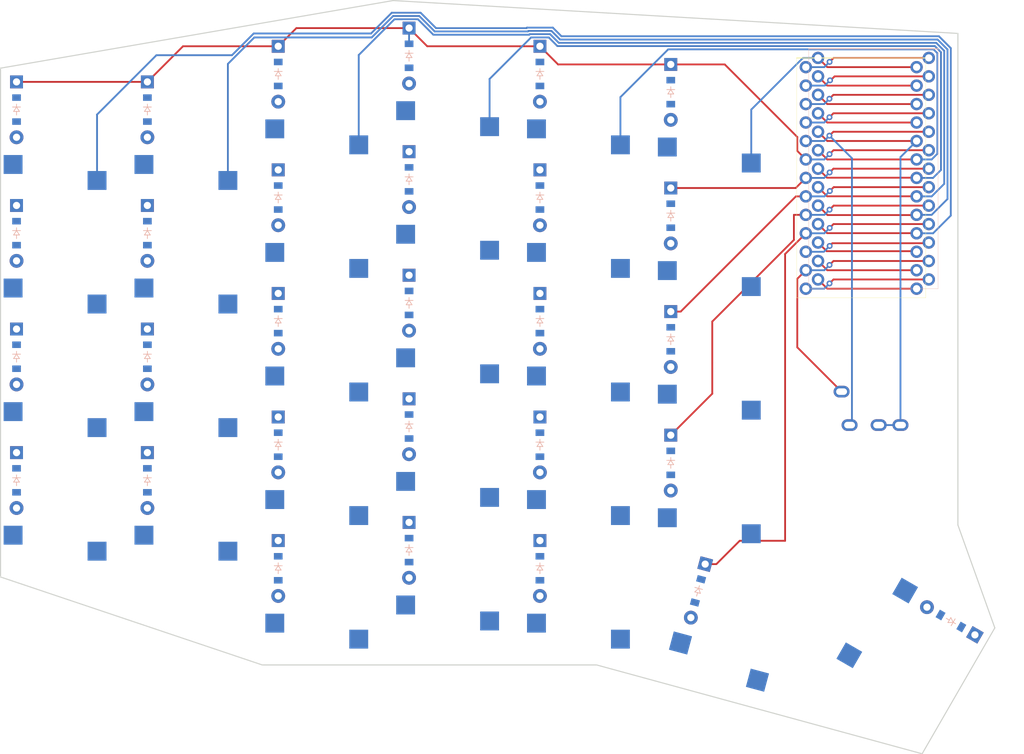
<source format=kicad_pcb>
(kicad_pcb (version 20221018) (generator pcbnew)
  (title_block (title "main_pcb") (rev "v1.0.0") (company "Unknown"))
  (layers (0 "F.Cu" signal) (31 "B.Cu" signal) (34 "B.Paste" user) (35 "F.Paste" user) (36 "B.SilkS" user "B.Silkscreen") (37 "F.SilkS" user "F.Silkscreen") (38 "B.Mask" user) (39 "F.Mask" user) (44 "Edge.Cuts" user))
  (net 0 "")
  (net 1 "P22")
  (net 2 "outer_bottom")
  (net 3 "outer_home")
  (net 4 "outer_top")
  (net 5 "outer_num")
  (net 6 "P26")
  (net 7 "pinky_bottom")
  (net 8 "pinky_home")
  (net 9 "pinky_top")
  (net 10 "pinky_num")
  (net 11 "ring_mod")
  (net 12 "P27")
  (net 13 "ring_bottom")
  (net 14 "ring_home")
  (net 15 "ring_top")
  (net 16 "ring_num")
  (net 17 "middle_mod")
  (net 18 "P28")
  (net 19 "middle_bottom")
  (net 20 "middle_home")
  (net 21 "middle_top")
  (net 22 "middle_num")
  (net 23 "index_mod")
  (net 24 "P29")
  (net 25 "index_bottom")
  (net 26 "index_home")
  (net 27 "index_top")
  (net 28 "index_num")
  (net 29 "P11")
  (net 30 "inner_bottom")
  (net 31 "inner_home")
  (net 32 "inner_top")
  (net 33 "inner_num")
  (net 34 "layer_cluster")
  (net 35 "space_cluster")
  (net 36 "P5")
  (net 37 "P4")
  (net 38 "P3")
  (net 39 "P2")
  (net 40 "P6")
  (net 41 "RAW")
  (net 42 "RST")
  (net 43 "VDD")
  (net 44 "GND")
  (net 45 "P0")
  (net 46 "P1")
  (net 47 "P7")
  (net 48 "P8")
  (net 49 "P9")
  (net 50 "P10")
  (net 51 "P20")
  (net 52 "P21")
  (net 53 "P23")
  (footprint "PG1350" (layer "F.Cu") (at 222 161.1 180)
    (fp_text reference "S21" hide)
    (fp_text value "" hide)
  )
  (footprint "PG1350" (layer "F.Cu") (at 168 183 180)
    (fp_text reference "S5" hide)
    (fp_text value "" hide)
  )
  (footprint "PG1350" (layer "F.Cu") (at 186 178.1 180)
    (fp_text reference "S10" hide)
    (fp_text value "" hide)
  )
  (footprint "PG1350" (layer "F.Cu") (at 150 166 180)
    (fp_text reference "S2" hide)
    (fp_text value "" hide)
  )
  (footprint "PG1350" (layer "F.Cu") (at 204 158.6 180)
    (fp_text reference "S16" hide)
    (fp_text value "" hide)
  )
  (footprint "PG1350" (layer "F.Cu") (at 168 132 180)
    (fp_text reference "S8" hide)
    (fp_text value "" hide)
  )
  (footprint "PG1350" (layer "F.Cu") (at 242.5 200.1 165)
    (fp_text reference "S28" hide)
    (fp_text value "" hide)
  )
  (footprint "PG1350" (layer "F.Cu") (at 168 166 180)
    (fp_text reference "S6" hide)
    (fp_text value "" hide)
  )
  (footprint "PG1350" (layer "F.Cu") (at 263.551728 203.410667 60)
    (fp_text reference "S29" hide)
    (fp_text value "" hide)
  )
  (footprint "PG1350" (layer "F.Cu") (at 222 195.1 180)
    (fp_text reference "S19" hide)
    (fp_text value "" hide)
  )
  (footprint "PG1350" (layer "F.Cu") (at 204 124.6 180)
    (fp_text reference "S18" hide)
    (fp_text value "" hide)
  )
  (footprint "PG1350" (layer "F.Cu") (at 204 192.6 180)
    (fp_text reference "S14" hide)
    (fp_text value "" hide)
  )
  (footprint "PG1350" (layer "F.Cu") (at 186 127.1 180)
    (fp_text reference "S13" hide)
    (fp_text value "" hide)
  )
  (footprint "PG1350" (layer "F.Cu") (at 240 180.6 180)
    (fp_text reference "S24" hide)
    (fp_text value "" hide)
  )
  (footprint "TRRS-PJ-320A-dual" (layer "F.Cu") (at 267 171.6 -90)
    (fp_text reference "TRRS1")
    (fp_text value "TRRS-PJ-320A-dual")
  )
  (footprint "PG1350" (layer "F.Cu") (at 186 195.1 180)
    (fp_text reference "S9" hide)
    (fp_text value "" hide)
  )
  (footprint "PG1350" (layer "F.Cu") (at 186 144.1 180)
    (fp_text reference "S12" hide)
    (fp_text value "" hide)
  )
  (footprint "PG1350" (layer "F.Cu") (at 186 161.1 180)
    (fp_text reference "S11" hide)
    (fp_text value "" hide)
  )
  (footprint "PG1350" (layer "F.Cu") (at 222 127.1 180)
    (fp_text reference "S23" hide)
    (fp_text value "" hide)
  )
  (footprint "PG1350" (layer "F.Cu") (at 222 178.1 180)
    (fp_text reference "S20" hide)
    (fp_text value "" hide)
  )
  (footprint "PG1350" (layer "F.Cu") (at 204 141.6 180)
    (fp_text reference "S17" hide)
    (fp_text value "" hide)
  )
  (footprint "PG1350" (layer "F.Cu") (at 150 183 180)
    (fp_text reference "S1" hide)
    (fp_text value "" hide)
  )
  (footprint "PG1350" (layer "F.Cu") (at 150 149 180)
    (fp_text reference "S3" hide)
    (fp_text value "" hide)
  )
  (footprint "PG1350" (layer "F.Cu") (at 150 132 180)
    (fp_text reference "S4" hide)
    (fp_text value "" hide)
  )
  (footprint "PG1350" (layer "F.Cu") (at 240 129.6 180)
    (fp_text reference "S27" hide)
    (fp_text value "" hide)
  )
  (footprint "PG1350" (layer "F.Cu") (at 204 175.6 180)
    (fp_text reference "S15" hide)
    (fp_text value "" hide)
  )
  (footprint "PG1350" (layer "F.Cu") (at 222 144.1 180)
    (fp_text reference "S22" hide)
    (fp_text value "" hide)
  )
  (footprint "PG1350" (layer "F.Cu") (at 168 149 180)
    (fp_text reference "S7" hide)
    (fp_text value "" hide)
  )
  (footprint "PG1350" (layer "F.Cu") (at 240 146.6 180)
    (fp_text reference "S26" hide)
    (fp_text value "" hide)
  )
  (footprint "ProMicroAX" (layer "F.Cu") (at 258.4 137.6 -90)
    (fp_text reference "MCU-AX1" hide)
    (fp_text value "")
  )
  (footprint "PG1350" (layer "F.Cu") (at 240 163.6 180)
    (fp_text reference "S25" hide)
    (fp_text value "" hide)
  )
  (footprint "ComboDiode" (layer "B.Cu") (at 214.2 123.3 -90)
    (fp_text reference "D23" hide)
    (fp_text value "")
  )
  (footprint "ComboDiode" (layer "B.Cu") (at 142.2 145.2 -90)
    (fp_text reference "D3" hide)
    (fp_text value "")
  )
  (footprint "ComboDiode" (layer "B.Cu") (at 160.2 162.2 -90)
    (fp_text reference "D6" hide)
    (fp_text value "")
  )
  (footprint "ComboDiode" (layer "B.Cu") (at 178.2 157.3 -90)
    (fp_text reference "D11" hide)
    (fp_text value "")
  )
  (footprint "ComboDiode" (layer "B.Cu") (at 214.2 174.3 -90)
    (fp_text reference "D20" hide)
    (fp_text value "")
  )
  (footprint "ComboDiode" (layer "B.Cu") (at 160.2 145.2 -90)
    (fp_text reference "D7" hide)
    (fp_text value "")
  )
  (footprint "ComboDiode" (layer "B.Cu") (at 178.2 140.3 -90)
    (fp_text reference "D12" hide)
    (fp_text value "")
  )
  (footprint "ComboDiode" (layer "B.Cu") (at 214.2 191.3 -90)
    (fp_text reference "D19" hide)
    (fp_text value "")
  )
  (footprint "ComboDiode" (layer "B.Cu") (at 232.2 176.8 -90)
    (fp_text reference "D24" hide)
    (fp_text value "")
  )
  (footprint "ComboDiode" (layer "B.Cu") (at 178.2 191.3 -90)
    (fp_text reference "D9" hide)
    (fp_text value "")
  )
  (footprint "ComboDiode" (layer "B.Cu") (at 214.2 157.3 -90)
    (fp_text reference "D21" hide)
    (fp_text value "")
  )
  (footprint "ComboDiode" (layer "B.Cu") (at 196.2 154.8 -90)
    (fp_text reference "D16" hide)
    (fp_text value "")
  )
  (footprint "ComboDiode" (layer "B.Cu") (at 196.2 120.8 -90)
    (fp_text reference "D18" hide)
    (fp_text value "")
  )
  (footprint "ComboDiode" (layer "B.Cu") (at 232.2 159.8 -90)
    (fp_text reference "D25" hide)
    (fp_text value "")
  )
  (footprint "ComboDiode" (layer "B.Cu") (at 178.2 174.3 -90)
    (fp_text reference "D10" hide)
    (fp_text value "")
  )
  (footprint "ComboDiode" (layer "B.Cu") (at 214.2 140.3 -90)
    (fp_text reference "D22" hide)
    (fp_text value "")
  )
  (footprint "ComboDiode" (layer "B.Cu") (at 142.2 179.2 -90)
    (fp_text reference "D1" hide)
    (fp_text value "")
  )
  (footprint "ComboDiode" (layer "B.Cu") (at 160.2 128.2 -90)
    (fp_text reference "D8" hide)
    (fp_text value "")
  )
  (footprint "ComboDiode" (layer "B.Cu") (at 142.2 162.2 -90)
    (fp_text reference "D2" hide)
    (fp_text value "")
  )
  (footprint "ComboDiode" (layer "B.Cu") (at 270.742625 198.555669 150)
    (fp_text reference "D29" hide)
    (fp_text value "")
  )
  (footprint "ComboDiode" (layer "B.Cu") (at 160.2 179.2 -90)
    (fp_text reference "D5" hide)
    (fp_text value "")
  )
  (footprint "ComboDiode" (layer "B.Cu") (at 196.2 171.8 -90)
    (fp_text reference "D15" hide)
    (fp_text value "")
  )
  (footprint "ComboDiode" (layer "B.Cu") (at 178.2 123.3 -90)
    (fp_text reference "D13" hide)
    (fp_text value "")
  )
  (footprint "ComboDiode" (layer "B.Cu") (at 232.2 142.8 -90)
    (fp_text reference "D26" hide)
    (fp_text value "")
  )
  (footprint "ComboDiode" (layer "B.Cu") (at 142.2 128.2 -90)
    (fp_text reference "D4" hide)
    (fp_text value "")
  )
  (footprint "ComboDiode" (layer "B.Cu") (at 232.2 125.8 -90)
    (fp_text reference "D27" hide)
    (fp_text value "")
  )
  (footprint "ProMicroAX" (layer "B.Cu") (at 260.08 136.33 -90)
    (fp_text reference "MCU-AX2" hide)
    (fp_text value "")
  )
  (footprint "ComboDiode" (layer "B.Cu") (at 196.2 137.8 -90)
    (fp_text reference "D17" hide)
    (fp_text value "")
  )
  (footprint "ComboDiode" (layer "B.Cu") (at 196.2 188.8 -90)
    (fp_text reference "D14" hide)
    (fp_text value "")
  )
  (footprint "ComboDiode" (layer "B.Cu") (at 235.949291 194.410693 -105)
    (fp_text reference "D28" hide)
    (fp_text value "")
  )
  (gr_line (start 271.7 185.35) (end 276.77897 199.500413) (stroke (width 0.15)) (layer "Edge.Cuts"))
  (gr_line (start 266.77897 216.820921) (end 222 204.6) (stroke (width 0.15)) (layer "Edge.Cuts"))
  (gr_line (start 140 122.5) (end 194 113.2) (stroke (width 0.15)) (layer "Edge.Cuts"))
  (gr_line (start 276.77897 199.500413) (end 266.77897 216.820921) (stroke (width 0.15)) (layer "Edge.Cuts"))
  (gr_line (start 176 204.6) (end 140 192.5) (stroke (width 0.15)) (layer "Edge.Cuts"))
  (gr_line (start 271.7 117.725) (end 271.7 185.35) (stroke (width 0.15)) (layer "Edge.Cuts"))
  (gr_line (start 140 192.5) (end 140 122.5) (stroke (width 0.15)) (layer "Edge.Cuts"))
  (gr_line (start 222 204.6) (end 176 204.6) (stroke (width 0.15)) (layer "Edge.Cuts"))
  (gr_line (start 194 113.2) (end 271.7 117.725) (stroke (width 0.15)) (layer "Edge.Cuts"))
  (segment (start 266 145.2) (end 266.02 145.22) (width 0.25) (layer "F.Cu") (net 1))
  (segment (start 252.46 143.95) (end 253.71 145.2) (width 0.25) (layer "F.Cu") (net 1))
  (segment (start 253.71 145.2) (end 266 145.2) (width 0.25) (layer "F.Cu") (net 1))
  (segment (start 217.162188 118.115) (end 269.090584 118.115) (width 0.25) (layer "B.Cu") (net 1))
  (segment (start 197.786792 114.876) (end 199.910792 117) (width 0.25) (layer "B.Cu") (net 1))
  (segment (start 199.910792 117) (end 212.352812 117) (width 0.25) (layer "B.Cu") (net 1))
  (segment (start 174.823603 117.73) (end 190.967208 117.73) (width 0.25) (layer "B.Cu") (net 1))
  (segment (start 269.090584 118.115) (end 270.72 119.744416) (width 0.25) (layer "B.Cu") (net 1))
  (segment (start 268.281701 145.22) (end 266.02 145.22) (width 0.25) (layer "B.Cu") (net 1))
  (segment (start 212.352812 117) (end 212.426812 116.926) (width 0.25) (layer "B.Cu") (net 1))
  (segment (start 171.833603 120.72) (end 174.823603 117.73) (width 0.25) (layer "B.Cu") (net 1))
  (segment (start 193.821208 114.876) (end 197.786792 114.876) (width 0.25) (layer "B.Cu") (net 1))
  (segment (start 153.275 128.887) (end 161.442 120.72) (width 0.25) (layer "B.Cu") (net 1))
  (segment (start 212.426812 116.926) (end 215.973188 116.926) (width 0.25) (layer "B.Cu") (net 1))
  (segment (start 270.72 142.781701) (end 268.281701 145.22) (width 0.25) (layer "B.Cu") (net 1))
  (segment (start 153.275 137.95) (end 153.275 128.887) (width 0.25) (layer "B.Cu") (net 1))
  (segment (start 270.72 119.744416) (end 270.72 142.781701) (width 0.25) (layer "B.Cu") (net 1))
  (segment (start 161.442 120.72) (end 171.833603 120.72) (width 0.25) (layer "B.Cu") (net 1))
  (segment (start 190.967208 117.73) (end 193.821208 114.876) (width 0.25) (layer "B.Cu") (net 1))
  (segment (start 215.973188 116.926) (end 217.162188 118.115) (width 0.25) (layer "B.Cu") (net 1))
  (segment (start 265.99 142.71) (end 266.02 142.68) (width 0.25) (layer "F.Cu") (net 6))
  (segment (start 253.76 142.71) (end 265.99 142.71) (width 0.25) (layer "F.Cu") (net 6))
  (segment (start 252.46 141.41) (end 253.76 142.71) (width 0.25) (layer "F.Cu") (net 6))
  (segment (start 171.275 121.914999) (end 174.913999 118.276) (width 0.25) (layer "B.Cu") (net 6))
  (segment (start 216.975792 118.565) (end 268.904188 118.565) (width 0.25) (layer "B.Cu") (net 6))
  (segment (start 174.913999 118.276) (end 191.057604 118.276) (width 0.25) (layer "B.Cu") (net 6))
  (segment (start 215.786792 117.376) (end 216.975792 118.565) (width 0.25) (layer "B.Cu") (net 6))
  (segment (start 197.600396 115.326) (end 199.724396 117.45) (width 0.25) (layer "B.Cu") (net 6))
  (segment (start 268.091701 142.68) (end 266.02 142.68) (width 0.25) (layer "B.Cu") (net 6))
  (segment (start 270.27 119.930812) (end 270.27 140.501701) (width 0.25) (layer "B.Cu") (net 6))
  (segment (start 212.613208 117.376) (end 215.786792 117.376) (width 0.25) (layer "B.Cu") (net 6))
  (segment (start 199.724396 117.45) (end 212.539208 117.45) (width 0.25) (layer "B.Cu") (net 6))
  (segment (start 268.904188 118.565) (end 270.27 119.930812) (width 0.25) (layer "B.Cu") (net 6))
  (segment (start 270.27 140.501701) (end 268.091701 142.68) (width 0.25) (layer "B.Cu") (net 6))
  (segment (start 191.057604 118.276) (end 194.007604 115.326) (width 0.25) (layer "B.Cu") (net 6))
  (segment (start 212.539208 117.45) (end 212.613208 117.376) (width 0.25) (layer "B.Cu") (net 6))
  (segment (start 171.275 137.95) (end 171.275 121.914999) (width 0.25) (layer "B.Cu") (net 6))
  (segment (start 194.007604 115.326) (end 197.600396 115.326) (width 0.25) (layer "B.Cu") (net 6))
  (segment (start 253.72 140.13) (end 266.01 140.13) (width 0.25) (layer "F.Cu") (net 12))
  (segment (start 266.01 140.13) (end 266.02 140.14) (width 0.25) (layer "F.Cu") (net 12))
  (segment (start 252.46 138.87) (end 253.72 140.13) (width 0.25) (layer "F.Cu") (net 12))
  (segment (start 197.414 115.776) (end 194.194 115.776) (width 0.25) (layer "B.Cu") (net 12))
  (segment (start 215.600396 117.826) (end 212.799604 117.826) (width 0.25) (layer "B.Cu") (net 12))
  (segment (start 212.725604 117.9) (end 199.538 117.9) (width 0.25) (layer "B.Cu") (net 12))
  (segment (start 269.82 120.117208) (end 268.717792 119.015) (width 0.25) (layer "B.Cu") (net 12))
  (segment (start 199.538 117.9) (end 197.414 115.776) (width 0.25) (layer "B.Cu") (net 12))
  (segment (start 266.02 140.14) (end 268.091701 140.14) (width 0.25) (layer "B.Cu") (net 12))
  (segment (start 194.194 115.776) (end 189.275 120.695) (width 0.25) (layer "B.Cu") (net 12))
  (segment (start 212.799604 117.826) (end 212.725604 117.9) (width 0.25) (layer "B.Cu") (net 12))
  (segment (start 269.82 138.411701) (end 269.82 120.117208) (width 0.25) (layer "B.Cu") (net 12))
  (segment (start 216.789396 119.015) (end 215.600396 117.826) (width 0.25) (layer "B.Cu") (net 12))
  (segment (start 189.275 120.695) (end 189.275 133.05) (width 0.25) (layer "B.Cu") (net 12))
  (segment (start 268.717792 119.015) (end 216.789396 119.015) (width 0.25) (layer "B.Cu") (net 12))
  (segment (start 268.091701 140.14) (end 269.82 138.411701) (width 0.25) (layer "B.Cu") (net 12))
  (segment (start 252.46 136.33) (end 253.7 137.57) (width 0.25) (layer "F.Cu") (net 18))
  (segment (start 253.7 137.57) (end 265.99 137.57) (width 0.25) (layer "F.Cu") (net 18))
  (segment (start 265.99 137.57) (end 266.02 137.6) (width 0.25) (layer "F.Cu") (net 18))
  (segment (start 207.275 123.987) (end 212.986 118.276) (width 0.25) (layer "B.Cu") (net 18))
  (segment (start 215.414 118.276) (end 216.603 119.465) (width 0.25) (layer "B.Cu") (net 18))
  (segment (start 269.37 136.511701) (end 268.281701 137.6) (width 0.25) (layer "B.Cu") (net 18))
  (segment (start 268.281701 137.6) (end 266.02 137.6) (width 0.25) (layer "B.Cu") (net 18))
  (segment (start 268.531396 119.465) (end 269.37 120.303604) (width 0.25) (layer "B.Cu") (net 18))
  (segment (start 212.986 118.276) (end 215.414 118.276) (width 0.25) (layer "B.Cu") (net 18))
  (segment (start 269.37 120.303604) (end 269.37 136.511701) (width 0.25) (layer "B.Cu") (net 18))
  (segment (start 216.603 119.465) (end 268.531396 119.465) (width 0.25) (layer "B.Cu") (net 18))
  (segment (start 207.275 130.55) (end 207.275 123.987) (width 0.25) (layer "B.Cu") (net 18))
  (segment (start 252.46 133.79) (end 253.73 135.06) (width 0.25) (layer "F.Cu") (net 24))
  (segment (start 253.73 135.06) (end 266.02 135.06) (width 0.25) (layer "F.Cu") (net 24))
  (segment (start 268.345 119.915) (end 268.875 120.445) (width 0.25) (layer "B.Cu") (net 24))
  (segment (start 268.875 120.445) (end 268.875 134.276701) (width 0.25) (layer "B.Cu") (net 24))
  (segment (start 268.875 134.276701) (end 268.091701 135.06) (width 0.25) (layer "B.Cu") (net 24))
  (segment (start 225.275 126.487) (end 231.847 119.915) (width 0.25) (layer "B.Cu") (net 24))
  (segment (start 231.847 119.915) (end 268.345 119.915) (width 0.25) (layer "B.Cu") (net 24))
  (segment (start 225.275 133.05) (end 225.275 126.487) (width 0.25) (layer "B.Cu") (net 24))
  (segment (start 268.091701 135.06) (end 266.02 135.06) (width 0.25) (layer "B.Cu") (net 24))
  (segment (start 253.73 122.36) (end 266.02 122.36) (width 0.25) (layer "F.Cu") (net 29))
  (segment (start 252.46 121.09) (end 253.73 122.36) (width 0.25) (layer "F.Cu") (net 29))
  (segment (start 250.388299 121.09) (end 252.46 121.09) (width 0.25) (layer "B.Cu") (net 29))
  (segment (start 243.275 135.55) (end 243.275 128.203299) (width 0.25) (layer "B.Cu") (net 29))
  (segment (start 243.275 128.203299) (end 250.388299 121.09) (width 0.25) (layer "B.Cu") (net 29))
  (segment (start 232.2 172.99) (end 237.9105 167.2795) (width 0.25) (layer "F.Cu") (net 36))
  (segment (start 254.6055 141.41) (end 254.045049 141.970451) (width 0.25) (layer "F.Cu") (net 36))
  (segment (start 237.9105 167.2795) (end 237.9105 157.3595) (width 0.25) (layer "F.Cu") (net 36))
  (segment (start 249.14 146.13) (end 249.14 142.68) (width 0.25) (layer "F.Cu") (net 36))
  (segment (start 267.7 141.41) (end 254.6055 141.41) (width 0.25) (layer "F.Cu") (net 36))
  (segment (start 249.14 142.68) (end 250.78 142.68) (width 0.25) (layer "F.Cu") (net 36))
  (segment (start 237.9105 157.3595) (end 249.14 146.13) (width 0.25) (layer "F.Cu") (net 36))
  (via (at 254.045049 141.970451) (size 0.8) (drill 0.4) (layers "F.Cu" "B.Cu") (net 36))
  (segment (start 254.045049 141.970451) (end 253.3355 142.68) (width 0.25) (layer "B.Cu") (net 36))
  (segment (start 253.3355 142.68) (end 250.78 142.68) (width 0.25) (layer "B.Cu") (net 36))
  (segment (start 267.7 138.87) (end 254.617799 138.87) (width 0.25) (layer "F.Cu") (net 37))
  (segment (start 232.2 155.99) (end 233.564999 155.99) (width 0.25) (layer "F.Cu") (net 37))
  (segment (start 249.414999 140.14) (end 250.78 140.14) (width 0.25) (layer "F.Cu") (net 37))
  (segment (start 254.617799 138.87) (end 254.082299 139.4055) (width 0.25) (layer "F.Cu") (net 37))
  (segment (start 233.564999 155.99) (end 249.414999 140.14) (width 0.25) (layer "F.Cu") (net 37))
  (via (at 254.082299 139.4055) (size 0.8) (drill 0.4) (layers "F.Cu" "B.Cu") (net 37))
  (segment (start 253.347799 140.14) (end 250.78 140.14) (width 0.25) (layer "B.Cu") (net 37))
  (segment (start 254.082299 139.4055) (end 253.347799 140.14) (width 0.25) (layer "B.Cu") (net 37))
  (segment (start 232.2 138.99) (end 249.39 138.99) (width 0.25) (layer "F.Cu") (net 38))
  (segment (start 254.572799 136.33) (end 254.057299 136.8455) (width 0.25) (layer "F.Cu") (net 38))
  (segment (start 267.7 136.33) (end 254.572799 136.33) (width 0.25) (layer "F.Cu") (net 38))
  (segment (start 249.39 138.99) (end 250.78 137.6) (width 0.25) (layer "F.Cu") (net 38))
  (via (at 254.057299 136.8455) (size 0.8) (drill 0.4) (layers "F.Cu" "B.Cu") (net 38))
  (segment (start 254.057299 136.8455) (end 253.302799 137.6) (width 0.25) (layer "B.Cu") (net 38))
  (segment (start 253.302799 137.6) (end 250.78 137.6) (width 0.25) (layer "B.Cu") (net 38))
  (segment (start 178.2 119.49) (end 165.1 119.49) (width 0.25) (layer "F.Cu") (net 39))
  (segment (start 160.2 124.39) (end 142.2 124.39) (width 0.25) (layer "F.Cu") (net 39))
  (segment (start 196.2 116.99) (end 180.7 116.99) (width 0.25) (layer "F.Cu") (net 39))
  (segment (start 180.7 116.99) (end 178.2 119.49) (width 0.25) (layer "F.Cu") (net 39))
  (segment (start 198.7 119.49) (end 196.2 116.99) (width 0.25) (layer "F.Cu") (net 39))
  (segment (start 249.605 133.885) (end 250.78 135.06) (width 0.25) (layer "F.Cu") (net 39))
  (segment (start 232.2 121.99) (end 216.7 121.99) (width 0.25) (layer "F.Cu") (net 39))
  (segment (start 239.623684 121.99) (end 249.605 131.971316) (width 0.25) (layer "F.Cu") (net 39))
  (segment (start 254.587799 133.79) (end 254.042299 134.3355) (width 0.25) (layer "F.Cu") (net 39))
  (segment (start 249.605 131.971316) (end 249.605 133.885) (width 0.25) (layer "F.Cu") (net 39))
  (segment (start 165.1 119.49) (end 160.2 124.39) (width 0.25) (layer "F.Cu") (net 39))
  (segment (start 216.7 121.99) (end 214.2 119.49) (width 0.25) (layer "F.Cu") (net 39))
  (segment (start 232.2 121.99) (end 239.623684 121.99) (width 0.25) (layer "F.Cu") (net 39))
  (segment (start 267.7 133.79) (end 254.587799 133.79) (width 0.25) (layer "F.Cu") (net 39))
  (segment (start 214.2 119.49) (end 198.7 119.49) (width 0.25) (layer "F.Cu") (net 39))
  (via (at 254.042299 134.3355) (size 0.8) (drill 0.4) (layers "F.Cu" "B.Cu") (net 39))
  (segment (start 196.2 116.99) (end 196.2 119.15) (width 0.25) (layer "B.Cu") (net 39))
  (segment (start 253.317799 135.06) (end 250.78 135.06) (width 0.25) (layer "B.Cu") (net 39))
  (segment (start 254.042299 134.3355) (end 253.317799 135.06) (width 0.25) (layer "B.Cu") (net 39))
  (segment (start 267.7 143.95) (end 254.587799 143.95) (width 0.25) (layer "F.Cu") (net 40))
  (segment (start 238.471134 190.730516) (end 241.68165 187.52) (width 0.25) (layer "F.Cu") (net 40))
  (segment (start 236.935392 190.730516) (end 238.471134 190.730516) (width 0.25) (layer "F.Cu") (net 40))
  (segment (start 247.93 187.52) (end 247.93 148.07) (width 0.25) (layer "F.Cu") (net 40))
  (segment (start 241.68165 187.52) (end 247.93 187.52) (width 0.25) (layer "F.Cu") (net 40))
  (segment (start 247.93 148.07) (end 250.78 145.22) (width 0.25) (layer "F.Cu") (net 40))
  (segment (start 254.587799 143.95) (end 254.062299 144.4755) (width 0.25) (layer "F.Cu") (net 40))
  (via (at 254.062299 144.4755) (size 0.8) (drill 0.4) (layers "F.Cu" "B.Cu") (net 40))
  (segment (start 253.317799 145.22) (end 250.78 145.22) (width 0.25) (layer "B.Cu") (net 40))
  (segment (start 254.062299 144.4755) (end 253.317799 145.22) (width 0.25) (layer "B.Cu") (net 40))
  (segment (start 266.02 124.9) (end 253.73 124.9) (width 0.25) (layer "F.Cu") (net 41))
  (segment (start 253.73 124.9) (end 252.46 123.63) (width 0.25) (layer "F.Cu") (net 41))
  (segment (start 253.73 129.98) (end 266.02 129.98) (width 0.25) (layer "F.Cu") (net 42))
  (segment (start 252.46 128.71) (end 253.73 129.98) (width 0.25) (layer "F.Cu") (net 42))
  (segment (start 252.46 131.25) (end 253.73 132.52) (width 0.25) (layer "F.Cu") (net 43))
  (segment (start 253.73 132.52) (end 266.02 132.52) (width 0.25) (layer "F.Cu") (net 43))
  (segment (start 263.8 134.74) (end 266.02 132.52) (width 0.25) (layer "B.Cu") (net 43))
  (segment (start 260.8 171.6) (end 263.8 171.6) (width 0.25) (layer "B.Cu") (net 43))
  (segment (start 263.8 171.6) (end 263.8 134.74) (width 0.25) (layer "B.Cu") (net 43))
  (segment (start 254.5655 131.25) (end 254.025049 131.790451) (width 0.25) (layer "F.Cu") (net 44))
  (segment (start 254.5778 128.71) (end 254.0323 129.2555) (width 0.25) (layer "F.Cu") (net 44))
  (segment (start 267.7 128.71) (end 254.5778 128.71) (width 0.25) (layer "F.Cu") (net 44))
  (segment (start 252.46 126.17) (end 253.73 127.44) (width 0.25) (layer "F.Cu") (net 44))
  (segment (start 253.73 127.44) (end 266.02 127.44) (width 0.25) (layer "F.Cu") (net 44))
  (segment (start 267.7 131.25) (end 254.5655 131.25) (width 0.25) (layer "F.Cu") (net 44))
  (via (at 254.025049 131.790451) (size 0.8) (drill 0.4) (layers "F.Cu" "B.Cu") (net 44))
  (via (at 254.0323 129.2555) (size 0.8) (drill 0.4) (layers "F.Cu" "B.Cu") (net 44))
  (segment (start 257.125 134.890402) (end 254.025049 131.790451) (width 0.25) (layer "B.Cu") (net 44))
  (segment (start 254.025049 131.790451) (end 253.2955 132.52) (width 0.25) (layer "B.Cu") (net 44))
  (segment (start 256.8 171.6) (end 257.125 171.275) (width 0.25) (layer "B.Cu") (net 44))
  (segment (start 257.125 171.275) (end 257.125 134.890402) (width 0.25) (layer "B.Cu") (net 44))
  (segment (start 253.2955 132.52) (end 250.78 132.52) (width 0.25) (layer "B.Cu") (net 44))
  (segment (start 253.3078 129.98) (end 250.78 129.98) (width 0.25) (layer "B.Cu") (net 44))
  (segment (start 254.0323 129.2555) (end 253.3078 129.98) (width 0.25) (layer "B.Cu") (net 44))
  (segment (start 267.7 123.63) (end 254.736396 123.63) (width 0.25) (layer "F.Cu") (net 45))
  (segment (start 254.736396 123.63) (end 254.110498 124.255898) (width 0.25) (layer "F.Cu") (net 45))
  (segment (start 254.110498 124.255898) (end 254.110498 124.1755) (width 0.25) (layer "F.Cu") (net 45))
  (via (at 254.110498 124.1755) (size 0.8) (drill 0.4) (layers "F.Cu" "B.Cu") (net 45))
  (segment (start 254.110498 124.1755) (end 253.385998 124.9) (width 0.25) (layer "B.Cu") (net 45))
  (segment (start 253.385998 124.9) (end 250.78 124.9) (width 0.25) (layer "B.Cu") (net 45))
  (segment (start 267.7 126.17) (end 254.5655 126.17) (width 0.25) (layer "F.Cu") (net 46))
  (segment (start 254.5655 126.17) (end 254.025049 126.710451) (width 0.25) (layer "F.Cu") (net 46))
  (via (at 254.025049 126.710451) (size 0.8) (drill 0.4) (layers "F.Cu" "B.Cu") (net 46))
  (segment (start 253.2955 127.44) (end 250.78 127.44) (width 0.25) (layer "B.Cu") (net 46))
  (segment (start 254.025049 126.710451) (end 253.2955 127.44) (width 0.25) (layer "B.Cu") (net 46))
  (segment (start 254.4305 146.585) (end 254.06 146.9555) (width 0.25) (layer "F.Cu") (net 47))
  (segment (start 267.7 146.49) (end 267.795 146.585) (width 0.25) (layer "F.Cu") (net 47))
  (segment (start 267.795 146.585) (end 254.4305 146.585) (width 0.25) (layer "F.Cu") (net 47))
  (via (at 254.06 146.9555) (size 0.8) (drill 0.4) (layers "F.Cu" "B.Cu") (net 47))
  (segment (start 254.06 146.9555) (end 253.2555 147.76) (width 0.25) (layer "B.Cu") (net 47))
  (segment (start 253.2555 147.76) (end 250.78 147.76) (width 0.25) (layer "B.Cu") (net 47))
  (segment (start 255.7 167) (end 249.605 160.905) (width 0.25) (layer "F.Cu") (net 48))
  (segment (start 249.605 151.475) (end 250.78 150.3) (width 0.25) (layer "F.Cu") (net 48))
  (segment (start 249.605 160.905) (end 249.605 151.475) (width 0.25) (layer "F.Cu") (net 48))
  (segment (start 254.5855 149.03) (end 254.04 149.5755) (width 0.25) (layer "F.Cu") (net 48))
  (segment (start 267.7 149.03) (end 254.5855 149.03) (width 0.25) (layer "F.Cu") (net 48))
  (via (at 254.04 149.5755) (size 0.8) (drill 0.4) (layers "F.Cu" "B.Cu") (net 48))
  (segment (start 254.04 149.5755) (end 253.3155 150.3) (width 0.25) (layer "B.Cu") (net 48))
  (segment (start 253.3155 150.3) (end 250.78 150.3) (width 0.25) (layer "B.Cu") (net 48))
  (segment (start 254.5855 151.57) (end 254.04 152.1155) (width 0.25) (layer "F.Cu") (net 49))
  (segment (start 267.7 151.57) (end 254.5855 151.57) (width 0.25) (layer "F.Cu") (net 49))
  (via (at 254.04 152.1155) (size 0.8) (drill 0.4) (layers "F.Cu" "B.Cu") (net 49))
  (segment (start 253.3155 152.84) (end 250.78 152.84) (width 0.25) (layer "B.Cu") (net 49))
  (segment (start 254.04 152.1155) (end 253.3155 152.84) (width 0.25) (layer "B.Cu") (net 49))
  (segment (start 254.5955 121.09) (end 254.05 121.6355) (width 0.25) (layer "F.Cu") (net 50))
  (segment (start 267.7 121.09) (end 254.5955 121.09) (width 0.25) (layer "F.Cu") (net 50))
  (via (at 254.05 121.6355) (size 0.8) (drill 0.4) (layers "F.Cu" "B.Cu") (net 50))
  (segment (start 253.3255 122.36) (end 250.78 122.36) (width 0.25) (layer "B.Cu") (net 50))
  (segment (start 254.05 121.6355) (end 253.3255 122.36) (width 0.25) (layer "B.Cu") (net 50))
  (segment (start 252.46 146.49) (end 253.65 147.68) (width 0.25) (layer "F.Cu") (net 51))
  (segment (start 253.65 147.68) (end 265.94 147.68) (width 0.25) (layer "F.Cu") (net 51))
  (segment (start 265.94 147.68) (end 266.02 147.76) (width 0.25) (layer "F.Cu") (net 51))
  (segment (start 253.73 152.84) (end 252.46 151.57) (width 0.25) (layer "F.Cu") (net 52))
  (segment (start 266.02 152.84) (end 253.73 152.84) (width 0.25) (layer "F.Cu") (net 52))
  (segment (start 266.02 150.3) (end 253.73 150.3) (width 0.25) (layer "F.Cu") (net 53))
  (segment (start 253.73 150.3) (end 252.46 149.03) (width 0.25) (layer "F.Cu") (net 53))
)
</source>
